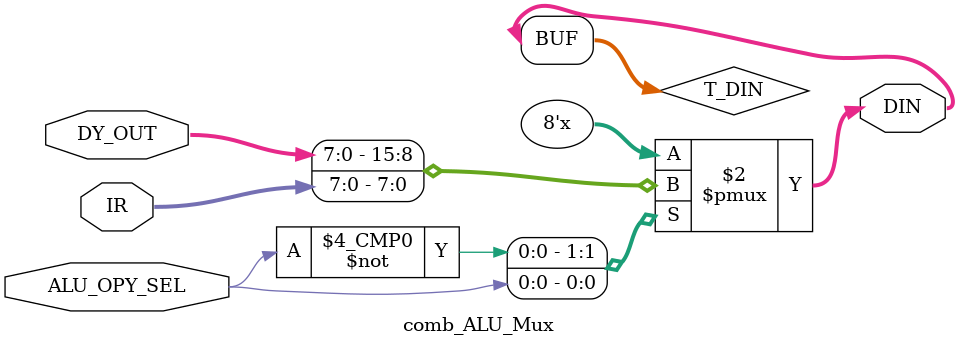
<source format=sv>
`timescale 1ns / 1ps

module comb_PC_Mux(
    input [9:0]FROM_IMMED,
    input [9:0]FROM_STACK,
    input [1:0]PC_MUX_SEL,
    output [9:0]MUX_O
    );
    
    logic [9:0]T_MUX_O;
    
    always_comb
    begin
        case (PC_MUX_SEL)
            2'b00:  T_MUX_O <= FROM_IMMED;
            2'b01:  T_MUX_O <= FROM_STACK;
            2'b10:  T_MUX_O <= 10'h3FF;
            default:  T_MUX_O<=10'h000;
        endcase
    end 
    
    assign MUX_O=T_MUX_O;
    
endmodule

module comb_RF_Mux(
    input [1:0]RF_WR_SEL,
    input [7:0]RESULT,
    input [7:0]SCR_DATA_OUT,
    input [7:0]B,
    input [7:0]IN_PORT,
    output [7:0]DIN
    );
    
    logic [7:0]T_DIN;
    
    always_comb
    begin
        case (RF_WR_SEL)
        2'b00:  T_DIN<=RESULT;
        2'b01:  T_DIN<=SCR_DATA_OUT;
        2'b10:  T_DIN<=B;
        2'b11:  T_DIN<=IN_PORT;
        endcase
    end
    
    assign DIN=T_DIN;
    
endmodule

module comb_ALU_Mux(
    input ALU_OPY_SEL,
    input [7:0]DY_OUT,
    input [7:0]IR,
    output [7:0]DIN
    );
    
    logic [7:0]T_DIN;
    
    always_comb
    begin
        case (ALU_OPY_SEL)
        1'b0:  T_DIN<=DY_OUT;
        1'b1:  T_DIN<=IR;
        endcase
    end
    
    assign DIN=T_DIN;
    
endmodule
</source>
